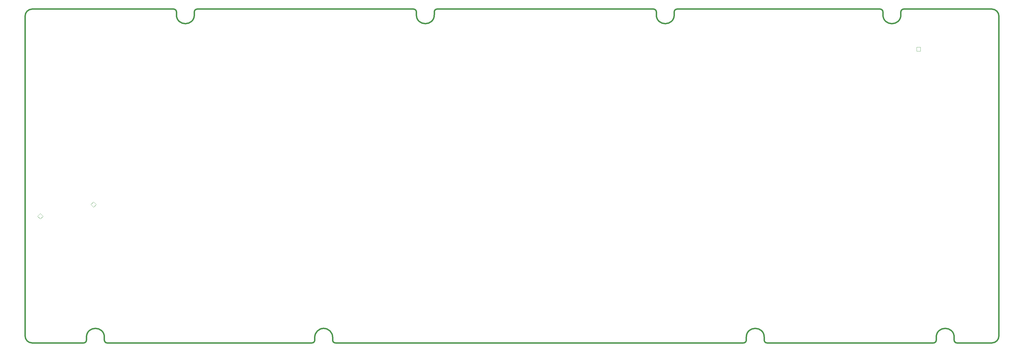
<source format=gbr>
%TF.GenerationSoftware,KiCad,Pcbnew,8.0.1*%
%TF.CreationDate,2025-07-04T02:20:37+09:00*%
%TF.ProjectId,keycultTKL,6b657963-756c-4745-944b-4c2e6b696361,rev?*%
%TF.SameCoordinates,Original*%
%TF.FileFunction,Profile,NP*%
%FSLAX46Y46*%
G04 Gerber Fmt 4.6, Leading zero omitted, Abs format (unit mm)*
G04 Created by KiCad (PCBNEW 8.0.1) date 2025-07-04 02:20:37*
%MOMM*%
%LPD*%
G01*
G04 APERTURE LIST*
%TA.AperFunction,Profile*%
%ADD10C,0.500000*%
%TD*%
%TA.AperFunction,Profile*%
%ADD11C,0.050000*%
%TD*%
G04 APERTURE END LIST*
D10*
X93833125Y-193637502D02*
X93833125Y-192637500D01*
X323176875Y-193637650D02*
G75*
G02*
X322164704Y-194637501I-999975J50D01*
G01*
X118580001Y-75325000D02*
G75*
G02*
X119580000Y-76324999I-1J-1000000D01*
G01*
X398442450Y-194637500D02*
G75*
G02*
X397442500Y-193637550I50J1000000D01*
G01*
X391042500Y-192637500D02*
G75*
G02*
X397442500Y-192637500I3200000J0D01*
G01*
X87433125Y-192637500D02*
X87433125Y-193637502D01*
X212704998Y-75325000D02*
X290030050Y-75325000D01*
X378392500Y-77325000D02*
X378392500Y-76324950D01*
X378392500Y-77325000D02*
G75*
G02*
X371992500Y-77325000I-3200000J0D01*
G01*
X211705000Y-77325000D02*
X211705000Y-76324999D01*
X291030000Y-76324950D02*
X291030000Y-77325000D01*
X323176875Y-192637510D02*
G75*
G02*
X329576915Y-192629500I3200025J10D01*
G01*
X391042500Y-193637550D02*
G75*
G02*
X390042550Y-194637500I-1000000J50D01*
G01*
X87433125Y-193637502D02*
G75*
G02*
X86433127Y-194637525I-1000025J2D01*
G01*
X413417500Y-77824950D02*
X413417500Y-192137550D01*
X211705000Y-77325000D02*
G75*
G02*
X205305000Y-77325000I-3200000J0D01*
G01*
X390042550Y-194637500D02*
X330576850Y-194637500D01*
X370992550Y-75325000D02*
G75*
G02*
X371992500Y-76324950I-50J-1000000D01*
G01*
X410917550Y-75325000D02*
G75*
G02*
X413417500Y-77824950I50J-2499900D01*
G01*
X125980000Y-77325000D02*
X125980000Y-76324999D01*
X168990937Y-192637503D02*
X168990938Y-193637496D01*
X297430000Y-77325000D02*
X297430000Y-76324950D01*
X94833124Y-194637500D02*
G75*
G02*
X93833100Y-193637502I-24J1000000D01*
G01*
X168990937Y-192637503D02*
G75*
G02*
X175390863Y-192637500I3199963J3D01*
G01*
X205305000Y-76324999D02*
X205305000Y-77325000D01*
X397442500Y-193637550D02*
X397442500Y-192637500D01*
X323176875Y-192637510D02*
X323176875Y-193637650D01*
X65505000Y-192137500D02*
X65505000Y-77825001D01*
X379392450Y-75325000D02*
X410917550Y-75325000D01*
X330576850Y-194637500D02*
G75*
G02*
X329576900Y-193637500I50J1000000D01*
G01*
X329576875Y-193637500D02*
X329576875Y-192629500D01*
X322164704Y-194637500D02*
X176390941Y-194637500D01*
X119580000Y-76324999D02*
X119580000Y-77325000D01*
X391042500Y-192637500D02*
X391042500Y-193637550D01*
X175390937Y-193637497D02*
X175390937Y-192637500D01*
X86433127Y-194637500D02*
X68005001Y-194637500D01*
X413417500Y-192137550D02*
G75*
G02*
X410917550Y-194637500I-2499900J-50D01*
G01*
X298429950Y-75325000D02*
X370992550Y-75325000D01*
X297430000Y-77325000D02*
G75*
G02*
X291030000Y-77325000I-3200000J0D01*
G01*
X126979998Y-75325000D02*
X204305001Y-75325000D01*
X204305001Y-75325000D02*
G75*
G02*
X205305000Y-76324999I-1J-1000000D01*
G01*
X211705000Y-76324999D02*
G75*
G02*
X212704998Y-75325000I1000000J-1D01*
G01*
X125980000Y-76324999D02*
G75*
G02*
X126979998Y-75325000I1000000J-1D01*
G01*
X410917550Y-194637500D02*
X398442450Y-194637500D01*
X168990938Y-193637496D02*
G75*
G02*
X167990935Y-194637538I-1000038J-4D01*
G01*
X125980000Y-77325000D02*
G75*
G02*
X119580000Y-77325000I-3200000J0D01*
G01*
X176390941Y-194637500D02*
G75*
G02*
X175390900Y-193637497I-41J1000000D01*
G01*
X68005000Y-75325000D02*
X118580001Y-75325000D01*
X167990935Y-194637500D02*
X94833124Y-194637500D01*
X65505000Y-77825001D02*
G75*
G02*
X68005000Y-75325000I2500000J1D01*
G01*
X371992500Y-76324950D02*
X371992500Y-77325000D01*
X378392500Y-76324950D02*
G75*
G02*
X379392450Y-75325000I1000000J-50D01*
G01*
X68005001Y-194637500D02*
G75*
G02*
X65505000Y-192137500I-1J2500000D01*
G01*
X290030050Y-75325000D02*
G75*
G02*
X291030000Y-76324950I-50J-1000000D01*
G01*
X87433125Y-192637500D02*
G75*
G02*
X93833125Y-192637500I3200000J0D01*
G01*
X297430000Y-76324950D02*
G75*
G02*
X298429950Y-75325000I1000000J-50D01*
G01*
%TO.C,D92*%
D11*
X384017500Y-90340000D02*
X385417500Y-90340000D01*
X385417500Y-88940000D01*
X384017500Y-88940000D01*
X384017500Y-90340000D01*
%TO.C,D90*%
X71939949Y-149350000D02*
X70950000Y-150339949D01*
X69960051Y-149350000D01*
X70950000Y-148360051D01*
X71939949Y-149350000D01*
%TO.C,D91*%
X90939949Y-145175000D02*
X89950000Y-146164949D01*
X88960051Y-145175000D01*
X89950000Y-144185051D01*
X90939949Y-145175000D01*
%TD*%
M02*

</source>
